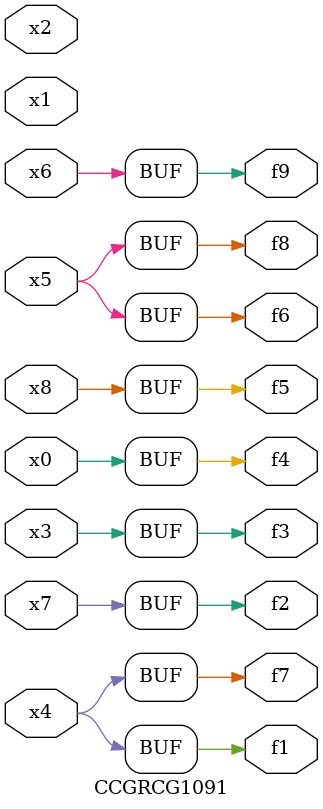
<source format=v>
module CCGRCG1091(
	input x0, x1, x2, x3, x4, x5, x6, x7, x8,
	output f1, f2, f3, f4, f5, f6, f7, f8, f9
);
	assign f1 = x4;
	assign f2 = x7;
	assign f3 = x3;
	assign f4 = x0;
	assign f5 = x8;
	assign f6 = x5;
	assign f7 = x4;
	assign f8 = x5;
	assign f9 = x6;
endmodule

</source>
